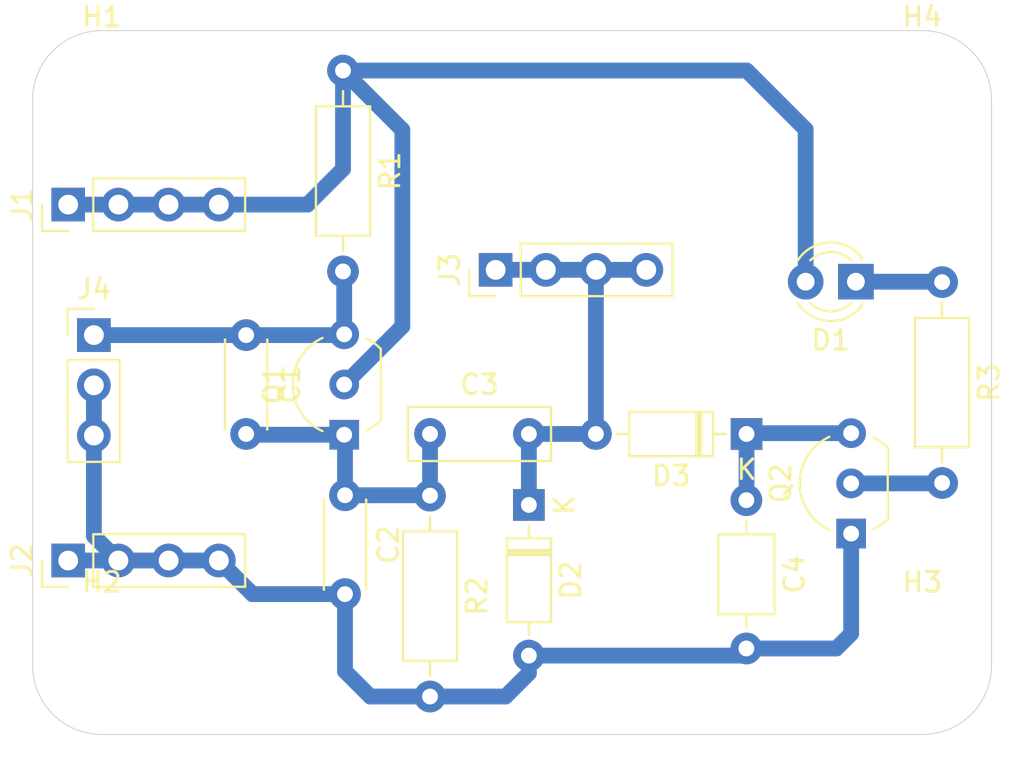
<source format=kicad_pcb>
(kicad_pcb (version 20240108) (generator "pcbnew") (generator_version "8.0")
  (title_block (title "Crystal Test Circuit") (date "2024-04-13") (company "Perry Leumas") (comment 1 "Based on design by IMSAI Guy") (comment 2 "    https://www.youtube.com/watch?v=s7rcZAto1BU"))
  (layers (0 "F.Cu" signal) (31 "B.Cu" signal) (34 "B.Paste" user) (35 "F.Paste" user) (36 "B.SilkS" user "B.Silkscreen") (37 "F.SilkS" user "F.Silkscreen") (38 "B.Mask" user) (39 "F.Mask" user) (44 "Edge.Cuts" user))
  (net 0 "")
  (net 1 "Net-(Q1-E)")
  (net 2 "GND")
  (net 3 "Net-(D2-K)")
  (net 4 "Net-(D3-K)")
  (net 5 "VCC")
  (net 6 "Net-(D1-K)")
  (net 7 "Net-(Q2-C)")
  (net 8 "Net-(J4-Pin_1)")
  (footprint "Capacitor_THT:C_Disc_D4.3mm_W1.9mm_P5.00mm" (layer "F.Cu") (at 129.8 110.2 -90)
    (property "Reference" "C2" (at 2.5 -2.2 90) (layer "F.SilkS"))
    (property "Value" "22pF")
    (fp_line (start 0.23 1.07) (end 4.77 1.07) (stroke (width 0.12)) (layer "F.SilkS"))
    (fp_line (start 0.23 1.055) (end 0.23 1.07) (stroke (width 0.12)) (layer "F.SilkS"))
    (fp_line (start 4.77 1.055) (end 4.77 1.07) (stroke (width 0.12)) (layer "F.SilkS"))
    (fp_line (start 0.23 -1.07) (end 0.23 -1.055) (stroke (width 0.12)) (layer "F.SilkS"))
    (fp_line (start 0.23 -1.07) (end 4.77 -1.07) (stroke (width 0.12)) (layer "F.SilkS"))
    (fp_line (start 4.77 -1.07) (end 4.77 -1.055) (stroke (width 0.12)) (layer "F.SilkS"))
    (pad "1" thru_hole circle (at 0 0 270) (size 1.6 1.6) (drill 0.8) (layers "*.Cu" "*.Mask") (net 1 "Net-(Q1-E)"))
    (pad "2" thru_hole circle (at 5 0 270) (size 1.6 1.6) (drill 0.8) (layers "*.Cu" "*.Mask") (net 2 "GND"))
  )
  (footprint "MountingHole:MountingHole_3.2mm_M3" (layer "F.Cu") (at 117.5 90.2)
    (property "Reference" "H1" (at 0 -4.2 0) (layer "F.SilkS"))
    (property "Value" "MountingHole")
    (pad "" np_thru_hole circle (at 0 0) (size 3.2 3.2) (drill 3.2) (layers "*.Cu" "*.Mask"))
  )
  (footprint "Capacitor_THT:C_Disc_D4.3mm_W1.9mm_P5.00mm" (layer "F.Cu") (at 124.8 102.1 -90)
    (property "Reference" "C1" (at 2.5 -2.2 90) (layer "F.SilkS"))
    (property "Value" "22pF")
    (fp_line (start 0.23 1.07) (end 4.77 1.07) (stroke (width 0.12)) (layer "F.SilkS"))
    (fp_line (start 0.23 1.055) (end 0.23 1.07) (stroke (width 0.12)) (layer "F.SilkS"))
    (fp_line (start 4.77 1.055) (end 4.77 1.07) (stroke (width 0.12)) (layer "F.SilkS"))
    (fp_line (start 0.23 -1.07) (end 0.23 -1.055) (stroke (width 0.12)) (layer "F.SilkS"))
    (fp_line (start 0.23 -1.07) (end 4.77 -1.07) (stroke (width 0.12)) (layer "F.SilkS"))
    (fp_line (start 4.77 -1.07) (end 4.77 -1.055) (stroke (width 0.12)) (layer "F.SilkS"))
    (pad "1" thru_hole circle (at 0 0 270) (size 1.6 1.6) (drill 0.8) (layers "*.Cu" "*.Mask") (net 8 "Net-(J4-Pin_1)"))
    (pad "2" thru_hole circle (at 5 0 270) (size 1.6 1.6) (drill 0.8) (layers "*.Cu" "*.Mask") (net 1 "Net-(Q1-E)"))
  )
  (footprint "MountingHole:MountingHole_3.2mm_M3" (layer "F.Cu") (at 159 118.8)
    (property "Reference" "H3" (at 0 -4.2 0) (layer "F.SilkS"))
    (property "Value" "MountingHole")
    (pad "" np_thru_hole circle (at 0 0) (size 3.2 3.2) (drill 3.2) (layers "*.Cu" "*.Mask"))
  )
  (footprint "MountingHole:MountingHole_3.2mm_M3" (layer "F.Cu") (at 159 90.2)
    (property "Reference" "H4" (at 0 -4.2 0) (layer "F.SilkS"))
    (property "Value" "MountingHole")
    (pad "" np_thru_hole circle (at 0 0) (size 3.2 3.2) (drill 3.2) (layers "*.Cu" "*.Mask"))
  )
  (footprint "Capacitor_THT:C_Axial_L3.8mm_D2.6mm_P7.50mm_Horizontal" (layer "F.Cu") (at 150.1 110.45 -90)
    (property "Reference" "C4" (at 3.75 -2.42 90) (layer "F.SilkS"))
    (property "Value" "100nF")
    (fp_line (start 1.73 1.42) (end 5.77 1.42) (stroke (width 0.12)) (layer "F.SilkS"))
    (fp_line (start 5.77 1.42) (end 5.77 -1.42) (stroke (width 0.12)) (layer "F.SilkS"))
    (fp_line (start 1.04 0) (end 1.73 0) (stroke (width 0.12)) (layer "F.SilkS"))
    (fp_line (start 6.46 0) (end 5.77 0) (stroke (width 0.12)) (layer "F.SilkS"))
    (fp_line (start 1.73 -1.42) (end 1.73 1.42) (stroke (width 0.12)) (layer "F.SilkS"))
    (fp_line (start 5.77 -1.42) (end 1.73 -1.42) (stroke (width 0.12)) (layer "F.SilkS"))
    (pad "1" thru_hole circle (at 0 0 270) (size 1.6 1.6) (drill 0.8) (layers "*.Cu" "*.Mask") (net 4 "Net-(D3-K)"))
    (pad "2" thru_hole oval (at 7.5 0 270) (size 1.6 1.6) (drill 0.8) (layers "*.Cu" "*.Mask") (net 2 "GND"))
  )
  (footprint "LED_THT:LED_D3.0mm" (layer "F.Cu") (at 155.64 99.4 180)
    (property "Reference" "D1" (at 1.27 -2.96 180) (layer "F.SilkS"))
    (property "Value" "LED")
    (fp_line (start -0.29 1.08) (end -0.29 1.236) (stroke (width 0.12)) (layer "F.SilkS"))
    (fp_line (start -0.29 -1.236) (end -0.29 -1.08) (stroke (width 0.12)) (layer "F.SilkS"))
    (fp_arc (start 2.942335 1.078608) (mid 1.366487 1.987659) (end -0.29 1.235516) (stroke (width 0.12)) (layer "F.SilkS"))
    (fp_arc (start 2.31113 1.079837) (mid 1.270117 1.5) (end 0.229039 1.08) (stroke (width 0.12)) (layer "F.SilkS"))
    (fp_arc (start 0.229039 -1.08) (mid 1.270117 -1.5) (end 2.31113 -1.079837) (stroke (width 0.12)) (layer "F.SilkS"))
    (fp_arc (start -0.29 -1.235516) (mid 1.366487 -1.987659) (end 2.942335 -1.078608) (stroke (width 0.12)) (layer "F.SilkS"))
    (pad "1" thru_hole rect (at 0 0 180) (size 1.8 1.8) (drill 0.9) (layers "*.Cu" "*.Mask") (net 6 "Net-(D1-K)"))
    (pad "2" thru_hole circle (at 2.54 0 180) (size 1.8 1.8) (drill 0.9) (layers "*.Cu" "*.Mask") (net 5 "VCC"))
  )
  (footprint "Resistor_THT:R_Axial_DIN0207_L6.3mm_D2.5mm_P10.16mm_Horizontal" (layer "F.Cu") (at 134.1 110.22 -90)
    (property "Reference" "R2" (at 5.08 -2.37 90) (layer "F.SilkS"))
    (property "Value" "1k")
    (fp_line (start 1.81 1.37) (end 8.35 1.37) (stroke (width 0.12)) (layer "F.SilkS"))
    (fp_line (start 8.35 1.37) (end 8.35 -1.37) (stroke (width 0.12)) (layer "F.SilkS"))
    (fp_line (start 1.04 0) (end 1.81 0) (stroke (width 0.12)) (layer "F.SilkS"))
    (fp_line (start 9.12 0) (end 8.35 0) (stroke (width 0.12)) (layer "F.SilkS"))
    (fp_line (start 1.81 -1.37) (end 1.81 1.37) (stroke (width 0.12)) (layer "F.SilkS"))
    (fp_line (start 8.35 -1.37) (end 1.81 -1.37) (stroke (width 0.12)) (layer "F.SilkS"))
    (pad "1" thru_hole circle (at 0 0 270) (size 1.6 1.6) (drill 0.8) (layers "*.Cu" "*.Mask") (net 1 "Net-(Q1-E)"))
    (pad "2" thru_hole oval (at 10.16 0 270) (size 1.6 1.6) (drill 0.8) (layers "*.Cu" "*.Mask") (net 2 "GND"))
  )
  (footprint "Connector_PinHeader_2.54mm:PinHeader_1x04_P2.54mm_Vertical" (layer "F.Cu") (at 115.8 95.5 90)
    (property "Reference" "J1" (at 0 -2.33 -90) (layer "F.SilkS"))
    (property "Value" "Conn_01x04")
    (fp_line (start -1.33 -1.33) (end 0 -1.33) (stroke (width 0.12)) (layer "F.SilkS"))
    (fp_line (start -1.33 0) (end -1.33 -1.33) (stroke (width 0.12)) (layer "F.SilkS"))
    (fp_line (start 1.33 1.27) (end 1.33 8.95) (stroke (width 0.12)) (layer "F.SilkS"))
    (fp_line (start -1.33 1.27) (end 1.33 1.27) (stroke (width 0.12)) (layer "F.SilkS"))
    (fp_line (start -1.33 1.27) (end -1.33 8.95) (stroke (width 0.12)) (layer "F.SilkS"))
    (fp_line (start -1.33 8.95) (end 1.33 8.95) (stroke (width 0.12)) (layer "F.SilkS"))
    (pad "1" thru_hole rect (at 0 0 90) (size 1.7 1.7) (drill 1) (layers "*.Cu" "*.Mask") (net 5 "VCC"))
    (pad "2" thru_hole oval (at 0 2.54 90) (size 1.7 1.7) (drill 1) (layers "*.Cu" "*.Mask") (net 5 "VCC"))
    (pad "3" thru_hole oval (at 0 5.08 90) (size 1.7 1.7) (drill 1) (layers "*.Cu" "*.Mask") (net 5 "VCC"))
    (pad "4" thru_hole oval (at 0 7.62 90) (size 1.7 1.7) (drill 1) (layers "*.Cu" "*.Mask") (net 5 "VCC"))
  )
  (footprint "Connector_PinHeader_2.54mm:PinHeader_1x04_P2.54mm_Vertical" (layer "F.Cu") (at 115.8 113.5 90)
    (property "Reference" "J2" (at 0 -2.33 -90) (layer "F.SilkS"))
    (property "Value" "Conn_01x04")
    (fp_line (start -1.33 -1.33) (end 0 -1.33) (stroke (width 0.12)) (layer "F.SilkS"))
    (fp_line (start -1.33 0) (end -1.33 -1.33) (stroke (width 0.12)) (layer "F.SilkS"))
    (fp_line (start 1.33 1.27) (end 1.33 8.95) (stroke (width 0.12)) (layer "F.SilkS"))
    (fp_line (start -1.33 1.27) (end 1.33 1.27) (stroke (width 0.12)) (layer "F.SilkS"))
    (fp_line (start -1.33 1.27) (end -1.33 8.95) (stroke (width 0.12)) (layer "F.SilkS"))
    (fp_line (start -1.33 8.95) (end 1.33 8.95) (stroke (width 0.12)) (layer "F.SilkS"))
    (pad "1" thru_hole rect (at 0 0 90) (size 1.7 1.7) (drill 1) (layers "*.Cu" "*.Mask") (net 2 "GND"))
    (pad "2" thru_hole oval (at 0 2.54 90) (size 1.7 1.7) (drill 1) (layers "*.Cu" "*.Mask") (net 2 "GND"))
    (pad "3" thru_hole oval (at 0 5.08 90) (size 1.7 1.7) (drill 1) (layers "*.Cu" "*.Mask") (net 2 "GND"))
    (pad "4" thru_hole oval (at 0 7.62 90) (size 1.7 1.7) (drill 1) (layers "*.Cu" "*.Mask") (net 2 "GND"))
  )
  (footprint "Diode_THT:D_DO-35_SOD27_P7.62mm_Horizontal" (layer "F.Cu") (at 150.11 107.1 180)
    (property "Reference" "D3" (at 3.81 -2.12 180) (layer "F.SilkS"))
    (property "Value" "1N4148")
    (fp_line (start 6.58 0) (end 5.93 0) (stroke (width 0.12)) (layer "F.SilkS"))
    (fp_line (start 5.93 1.12) (end 5.93 -1.12) (stroke (width 0.12)) (layer "F.SilkS"))
    (fp_line (start 5.93 -1.12) (end 1.69 -1.12) (stroke (width 0.12)) (layer "F.SilkS"))
    (fp_line (start 2.53 -1.12) (end 2.53 1.12) (stroke (width 0.12)) (layer "F.SilkS"))
    (fp_line (start 2.41 -1.12) (end 2.41 1.12) (stroke (width 0.12)) (layer "F.SilkS"))
    (fp_line (start 2.29 -1.12) (end 2.29 1.12) (stroke (width 0.12)) (layer "F.SilkS"))
    (fp_line (start 1.69 1.12) (end 5.93 1.12) (stroke (width 0.12)) (layer "F.SilkS"))
    (fp_line (start 1.69 -1.12) (end 1.69 1.12) (stroke (width 0.12)) (layer "F.SilkS"))
    (fp_line (start 1.04 0) (end 1.69 0) (stroke (width 0.12)) (layer "F.SilkS"))
    (fp_text user "K" (at 0 -1.8 180) (layer "F.SilkS"))
    (pad "1" thru_hole rect (at 0 0 180) (size 1.6 1.6) (drill 0.8) (layers "*.Cu" "*.Mask") (net 4 "Net-(D3-K)"))
    (pad "2" thru_hole oval (at 7.62 0 180) (size 1.6 1.6) (drill 0.8) (layers "*.Cu" "*.Mask") (net 3 "Net-(D2-K)"))
  )
  (footprint "Connector_PinHeader_2.54mm:PinHeader_1x03_P2.54mm_Vertical" (layer "F.Cu") (at 117.1 102.1)
    (property "Reference" "J4" (at 0 -2.33 0) (layer "F.SilkS"))
    (property "Value" "xtal")
    (fp_line (start -1.33 -1.33) (end 0 -1.33) (stroke (width 0.12)) (layer "F.SilkS"))
    (fp_line (start -1.33 0) (end -1.33 -1.33) (stroke (width 0.12)) (layer "F.SilkS"))
    (fp_line (start -1.33 1.27) (end -1.33 6.41) (stroke (width 0.12)) (layer "F.SilkS"))
    (fp_line (start -1.33 1.27) (end 1.33 1.27) (stroke (width 0.12)) (layer "F.SilkS"))
    (fp_line (start -1.33 6.41) (end 1.33 6.41) (stroke (width 0.12)) (layer "F.SilkS"))
    (fp_line (start 1.33 1.27) (end 1.33 6.41) (stroke (width 0.12)) (layer "F.SilkS"))
    (pad "1" thru_hole rect (at 0 0) (size 1.7 1.7) (drill 1) (layers "*.Cu" "*.Mask") (net 8 "Net-(J4-Pin_1)"))
    (pad "2" thru_hole oval (at 0 2.54) (size 1.7 1.7) (drill 1) (layers "*.Cu" "*.Mask") (net 2 "GND"))
    (pad "3" thru_hole oval (at 0 5.08) (size 1.7 1.7) (drill 1) (layers "*.Cu" "*.Mask") (net 2 "GND"))
  )
  (footprint "Capacitor_THT:C_Rect_L7.0mm_W2.5mm_P5.00mm" (layer "F.Cu") (at 134.1 107.1)
    (property "Reference" "C3" (at 2.5 -2.5 0) (layer "F.SilkS"))
    (property "Value" "1nF")
    (fp_line (start -1.12 -1.37) (end -1.12 1.37) (stroke (width 0.12)) (layer "F.SilkS"))
    (fp_line (start -1.12 -1.37) (end 6.12 -1.37) (stroke (width 0.12)) (layer "F.SilkS"))
    (fp_line (start -1.12 1.37) (end 6.12 1.37) (stroke (width 0.12)) (layer "F.SilkS"))
    (fp_line (start 6.12 -1.37) (end 6.12 1.37) (stroke (width 0.12)) (layer "F.SilkS"))
    (pad "1" thru_hole circle (at 0 0) (size 1.6 1.6) (drill 0.8) (layers "*.Cu" "*.Mask") (net 1 "Net-(Q1-E)"))
    (pad "2" thru_hole circle (at 5 0) (size 1.6 1.6) (drill 0.8) (layers "*.Cu" "*.Mask") (net 3 "Net-(D2-K)"))
  )
  (footprint "Diode_THT:D_DO-35_SOD27_P7.62mm_Horizontal" (layer "F.Cu") (at 139.1 110.69 -90)
    (property "Reference" "D2" (at 3.81 -2.12 90) (layer "F.SilkS"))
    (property "Value" "1N4148")
    (fp_line (start 1.69 1.12) (end 5.93 1.12) (stroke (width 0.12)) (layer "F.SilkS"))
    (fp_line (start 5.93 1.12) (end 5.93 -1.12) (stroke (width 0.12)) (layer "F.SilkS"))
    (fp_line (start 1.04 0) (end 1.69 0) (stroke (width 0.12)) (layer "F.SilkS"))
    (fp_line (start 6.58 0) (end 5.93 0) (stroke (width 0.12)) (layer "F.SilkS"))
    (fp_line (start 1.69 -1.12) (end 1.69 1.12) (stroke (width 0.12)) (layer "F.SilkS"))
    (fp_line (start 2.29 -1.12) (end 2.29 1.12) (stroke (width 0.12)) (layer "F.SilkS"))
    (fp_line (start 2.41 -1.12) (end 2.41 1.12) (stroke (width 0.12)) (layer "F.SilkS"))
    (fp_line (start 2.53 -1.12) (end 2.53 1.12) (stroke (width 0.12)) (layer "F.SilkS"))
    (fp_line (start 5.93 -1.12) (end 1.69 -1.12) (stroke (width 0.12)) (layer "F.SilkS"))
    (fp_text user "K" (at 0 -1.8 90) (layer "F.SilkS"))
    (pad "1" thru_hole rect (at 0 0 270) (size 1.6 1.6) (drill 0.8) (layers "*.Cu" "*.Mask") (net 3 "Net-(D2-K)"))
    (pad "2" thru_hole oval (at 7.62 0 270) (size 1.6 1.6) (drill 0.8) (layers "*.Cu" "*.Mask") (net 2 "GND"))
  )
  (footprint "Connector_PinHeader_2.54mm:PinHeader_1x04_P2.54mm_Vertical" (layer "F.Cu") (at 137.42 98.8 90)
    (property "Reference" "J3" (at 0 -2.33 -90) (layer "F.SilkS"))
    (property "Value" "Conn_01x04")
    (fp_line (start -1.33 -1.33) (end 0 -1.33) (stroke (width 0.12)) (layer "F.SilkS"))
    (fp_line (start -1.33 0) (end -1.33 -1.33) (stroke (width 0.12)) (layer "F.SilkS"))
    (fp_line (start 1.33 1.27) (end 1.33 8.95) (stroke (width 0.12)) (layer "F.SilkS"))
    (fp_line (start -1.33 1.27) (end 1.33 1.27) (stroke (width 0.12)) (layer "F.SilkS"))
    (fp_line (start -1.33 1.27) (end -1.33 8.95) (stroke (width 0.12)) (layer "F.SilkS"))
    (fp_line (start -1.33 8.95) (end 1.33 8.95) (stroke (width 0.12)) (layer "F.SilkS"))
    (pad "1" thru_hole rect (at 0 0 90) (size 1.7 1.7) (drill 1) (layers "*.Cu" "*.Mask") (net 3 "Net-(D2-K)"))
    (pad "2" thru_hole oval (at 0 2.54 90) (size 1.7 1.7) (drill 1) (layers "*.Cu" "*.Mask") (net 3 "Net-(D2-K)"))
    (pad "3" thru_hole oval (at 0 5.08 90) (size 1.7 1.7) (drill 1) (layers "*.Cu" "*.Mask") (net 3 "Net-(D2-K)"))
    (pad "4" thru_hole oval (at 0 7.62 90) (size 1.7 1.7) (drill 1) (layers "*.Cu" "*.Mask") (net 3 "Net-(D2-K)"))
  )
  (footprint "Package_TO_SOT_THT:TO-92_Inline_Wide" (layer "F.Cu") (at 155.4 112.14 90)
    (property "Reference" "Q2" (at 2.54 -3.56 -90) (layer "F.SilkS"))
    (property "Value" "Q_NPN_ECB")
    (fp_line (start 0.74 1.85) (end 4.34 1.85) (stroke (width 0.12)) (layer "F.SilkS"))
    (fp_arc (start 2.54 -2.6) (mid 3.936979 -2.192818) (end 4.8964 -1.098807) (stroke (width 0.12)) (layer "F.SilkS"))
    (fp_arc (start 0.1836 -1.098807) (mid 1.143021 -2.192817) (end 2.54 -2.6) (stroke (width 0.12)) (layer "F.SilkS"))
    (fp_arc (start 4.864184 1.122795) (mid 4.633903 1.509328) (end 4.34 1.85) (stroke (width 0.12)) (layer "F.SilkS"))
    (fp_arc (start 0.74 1.85) (mid 0.446097 1.509328) (end 0.215816 1.122795) (stroke (width 0.12)) (layer "F.SilkS"))
    (pad "1" thru_hole rect (at 0 0 90) (size 1.5 1.5) (drill 0.8) (layers "*.Cu" "*.Mask") (net 2 "GND"))
    (pad "2" thru_hole circle (at 2.54 0 90) (size 1.5 1.5) (drill 0.8) (layers "*.Cu" "*.Mask") (net 7 "Net-(Q2-C)"))
    (pad "3" thru_hole circle (at 5.08 0 90) (size 1.5 1.5) (drill 0.8) (layers "*.Cu" "*.Mask") (net 4 "Net-(D3-K)"))
  )
  (footprint "MountingHole:MountingHole_3.2mm_M3" (layer "F.Cu") (at 117.5 118.8)
    (property "Reference" "H2" (at 0 -4.2 0) (layer "F.SilkS"))
    (property "Value" "MountingHole")
    (pad "" np_thru_hole circle (at 0 0) (size 3.2 3.2) (drill 3.2) (layers "*.Cu" "*.Mask"))
  )
  (footprint "Package_TO_SOT_THT:TO-92_Inline_Wide" (layer "F.Cu") (at 129.76 107.14 90)
    (property "Reference" "Q1" (at 2.54 -3.56 -90) (layer "F.SilkS"))
    (property "Value" "Q_NPN_ECB")
    (fp_line (start 0.74 1.85) (end 4.34 1.85) (stroke (width 0.12)) (layer "F.SilkS"))
    (fp_arc (start 2.54 -2.6) (mid 3.936979 -2.192818) (end 4.8964 -1.098807) (stroke (width 0.12)) (layer "F.SilkS"))
    (fp_arc (start 0.1836 -1.098807) (mid 1.143021 -2.192817) (end 2.54 -2.6) (stroke (width 0.12)) (layer "F.SilkS"))
    (fp_arc (start 4.864184 1.122795) (mid 4.633903 1.509328) (end 4.34 1.85) (stroke (width 0.12)) (layer "F.SilkS"))
    (fp_arc (start 0.74 1.85) (mid 0.446097 1.509328) (end 0.215816 1.122795) (stroke (width 0.12)) (layer "F.SilkS"))
    (pad "1" thru_hole rect (at 0 0 90) (size 1.5 1.5) (drill 0.8) (layers "*.Cu" "*.Mask") (net 1 "Net-(Q1-E)"))
    (pad "2" thru_hole circle (at 2.54 0 90) (size 1.5 1.5) (drill 0.8) (layers "*.Cu" "*.Mask") (net 5 "VCC"))
    (pad "3" thru_hole circle (at 5.08 0 90) (size 1.5 1.5) (drill 0.8) (layers "*.Cu" "*.Mask") (net 8 "Net-(J4-Pin_1)"))
  )
  (footprint "Resistor_THT:R_Axial_DIN0207_L6.3mm_D2.5mm_P10.16mm_Horizontal" (layer "F.Cu") (at 129.7 88.72 -90)
    (property "Reference" "R1" (at 5.08 -2.37 90) (layer "F.SilkS"))
    (property "Value" "33k")
    (fp_line (start 1.81 1.37) (end 8.35 1.37) (stroke (width 0.12)) (layer "F.SilkS"))
    (fp_line (start 8.35 1.37) (end 8.35 -1.37) (stroke (width 0.12)) (layer "F.SilkS"))
    (fp_line (start 1.04 0) (end 1.81 0) (stroke (width 0.12)) (layer "F.SilkS"))
    (fp_line (start 9.12 0) (end 8.35 0) (stroke (width 0.12)) (layer "F.SilkS"))
    (fp_line (start 1.81 -1.37) (end 1.81 1.37) (stroke (width 0.12)) (layer "F.SilkS"))
    (fp_line (start 8.35 -1.37) (end 1.81 -1.37) (stroke (width 0.12)) (layer "F.SilkS"))
    (pad "1" thru_hole circle (at 0 0 270) (size 1.6 1.6) (drill 0.8) (layers "*.Cu" "*.Mask") (net 5 "VCC"))
    (pad "2" thru_hole oval (at 10.16 0 270) (size 1.6 1.6) (drill 0.8) (layers "*.Cu" "*.Mask") (net 8 "Net-(J4-Pin_1)"))
  )
  (footprint "Resistor_THT:R_Axial_DIN0207_L6.3mm_D2.5mm_P10.16mm_Horizontal" (layer "F.Cu") (at 160 99.42 -90)
    (property "Reference" "R3" (at 5.08 -2.37 90) (layer "F.SilkS"))
    (property "Value" "1k")
    (fp_line (start 1.81 1.37) (end 8.35 1.37) (stroke (width 0.12)) (layer "F.SilkS"))
    (fp_line (start 8.35 1.37) (end 8.35 -1.37) (stroke (width 0.12)) (layer "F.SilkS"))
    (fp_line (start 1.04 0) (end 1.81 0) (stroke (width 0.12)) (layer "F.SilkS"))
    (fp_line (start 9.12 0) (end 8.35 0) (stroke (width 0.12)) (layer "F.SilkS"))
    (fp_line (start 1.81 -1.37) (end 1.81 1.37) (stroke (width 0.12)) (layer "F.SilkS"))
    (fp_line (start 8.35 -1.37) (end 1.81 -1.37) (stroke (width 0.12)) (layer "F.SilkS"))
    (pad "1" thru_hole circle (at 0 0 270) (size 1.6 1.6) (drill 0.8) (layers "*.Cu" "*.Mask") (net 6 "Net-(D1-K)"))
    (pad "2" thru_hole oval (at 10.16 0 270) (size 1.6 1.6) (drill 0.8) (layers "*.Cu" "*.Mask") (net 7 "Net-(Q2-C)"))
  )
  (gr_line (start 162.5 118.8) (end 162.5 90.2) (stroke (width 0.05)) (layer "Edge.Cuts"))
  (gr_arc (start 117.5 122.3) (mid 115.025126 121.274874) (end 114 118.8) (stroke (width 0.05)) (layer "Edge.Cuts"))
  (gr_arc (start 159 86.7) (mid 161.474874 87.725126) (end 162.5 90.2) (stroke (width 0.05)) (layer "Edge.Cuts"))
  (gr_line (start 114 90.2) (end 114 118.8) (stroke (width 0.05)) (layer "Edge.Cuts"))
  (gr_line (start 117.5 86.7) (end 159 86.7) (stroke (width 0.05)) (layer "Edge.Cuts"))
  (gr_arc (start 114 90.2) (mid 115.025126 87.725126) (end 117.5 86.7) (stroke (width 0.05)) (layer "Edge.Cuts"))
  (gr_line (start 117.5 122.3) (end 159 122.3) (stroke (width 0.05)) (layer "Edge.Cuts"))
  (gr_arc (start 162.5 118.8) (mid 161.474874 121.274874) (end 159 122.3) (stroke (width 0.05)) (layer "Edge.Cuts"))
  (segment (start 129.8 107.18) (end 129.76 107.14) (width 0.8) (layer "B.Cu") (net 1))
  (segment (start 134.08 110.2) (end 134.1 110.22) (width 0.8) (layer "B.Cu") (net 1))
  (segment (start 129.76 107.14) (end 124.84 107.14) (width 0.8) (layer "B.Cu") (net 1))
  (segment (start 129.8 110.2) (end 134.08 110.2) (width 0.8) (layer "B.Cu") (net 1))
  (segment (start 134.1 110.22) (end 134.1 107.1) (width 0.8) (layer "B.Cu") (net 1))
  (segment (start 124.84 107.14) (end 124.8 107.1) (width 0.8) (layer "B.Cu") (net 1))
  (segment (start 129.8 110.2) (end 129.8 107.18) (width 0.8) (layer "B.Cu") (net 1))
  (segment (start 120.88 113.5) (end 123.42 113.5) (width 0.8) (layer "B.Cu") (net 2))
  (segment (start 134.1 120.38) (end 131.08 120.38) (width 0.8) (layer "B.Cu") (net 2))
  (segment (start 154.65 117.95) (end 155.4 117.2) (width 0.8) (layer "B.Cu") (net 2))
  (segment (start 131.08 120.38) (end 129.8 119.1) (width 0.8) (layer "B.Cu") (net 2))
  (segment (start 134.1 120.38) (end 137.92 120.38) (width 0.8) (layer "B.Cu") (net 2))
  (segment (start 117.1 104.64) (end 117.1 107.18) (width 0.8) (layer "B.Cu") (net 2))
  (segment (start 139.1 119.2) (end 139.1 118.31) (width 0.8) (layer "B.Cu") (net 2))
  (segment (start 129.8 119.1) (end 129.8 115.2) (width 0.8) (layer "B.Cu") (net 2))
  (segment (start 149.74 118.31) (end 150.1 117.95) (width 0.8) (layer "B.Cu") (net 2))
  (segment (start 118.34 113.5) (end 120.88 113.5) (width 0.8) (layer "B.Cu") (net 2))
  (segment (start 150.1 117.95) (end 154.65 117.95) (width 0.8) (layer "B.Cu") (net 2))
  (segment (start 139.1 118.31) (end 149.74 118.31) (width 0.8) (layer "B.Cu") (net 2))
  (segment (start 115.8 113.5) (end 118.34 113.5) (width 0.8) (layer "B.Cu") (net 2))
  (segment (start 117.1 112.26) (end 118.34 113.5) (width 0.8) (layer "B.Cu") (net 2))
  (segment (start 137.92 120.38) (end 139.1 119.2) (width 0.8) (layer "B.Cu") (net 2))
  (segment (start 129.8 115.2) (end 125.12 115.2) (width 0.8) (layer "B.Cu") (net 2))
  (segment (start 117.1 107.18) (end 117.1 112.26) (width 0.8) (layer "B.Cu") (net 2))
  (segment (start 155.4 117.2) (end 155.4 112.14) (width 0.8) (layer "B.Cu") (net 2))
  (segment (start 125.12 115.2) (end 123.42 113.5) (width 0.8) (layer "B.Cu") (net 2))
  (segment (start 139.96 98.8) (end 137.42 98.8) (width 0.8) (layer "B.Cu") (net 3))
  (segment (start 139.96 98.8) (end 142.5 98.8) (width 0.8) (layer "B.Cu") (net 3))
  (segment (start 142.49 98.81) (end 142.5 98.8) (width 0.8) (layer "B.Cu") (net 3))
  (segment (start 142.49 107.1) (end 142.49 98.81) (width 0.8) (layer "B.Cu") (net 3))
  (segment (start 142.5 98.8) (end 145.04 98.8) (width 0.8) (layer "B.Cu") (net 3))
  (segment (start 139.1 107.1) (end 139.1 110.69) (width 0.8) (layer "B.Cu") (net 3))
  (segment (start 139.1 107.1) (end 142.49 107.1) (width 0.8) (layer "B.Cu") (net 3))
  (segment (start 150.11 110.44) (end 150.1 110.45) (width 0.8) (layer "B.Cu") (net 4))
  (segment (start 150.11 107.1) (end 150.11 110.44) (width 0.8) (layer "B.Cu") (net 4))
  (segment (start 150.15 107.06) (end 150.11 107.1) (width 0.8) (layer "B.Cu") (net 4))
  (segment (start 155.4 107.06) (end 150.15 107.06) (width 0.8) (layer "B.Cu") (net 4))
  (segment (start 132.7 101.66) (end 132.7 91.72) (width 0.8) (layer "B.Cu") (net 5))
  (segment (start 129.76 104.6) (end 132.7 101.66) (width 0.8) (layer "B.Cu") (net 5))
  (segment (start 129.7 93.7) (end 129.7 88.72) (width 0.8) (layer "B.Cu") (net 5))
  (segment (start 118.34 95.5) (end 120.88 95.5) (width 0.8) (layer "B.Cu") (net 5))
  (segment (start 132.7 91.72) (end 129.7 88.72) (width 0.8) (layer "B.Cu") (net 5))
  (segment (start 150.12 88.72) (end 129.7 88.72) (width 0.8) (layer "B.Cu") (net 5))
  (segment (start 120.88 95.5) (end 123.42 95.5) (width 0.8) (layer "B.Cu") (net 5))
  (segment (start 153.1 91.7) (end 150.12 88.72) (width 0.8) (layer "B.Cu") (net 5))
  (segment (start 127.9 95.5) (end 129.7 93.7) (width 0.8) (layer "B.Cu") (net 5))
  (segment (start 153.1 99.4) (end 153.1 91.7) (width 0.8) (layer "B.Cu") (net 5))
  (segment (start 115.8 95.5) (end 118.34 95.5) (width 0.8) (layer "B.Cu") (net 5))
  (segment (start 123.42 95.5) (end 127.9 95.5) (width 0.8) (layer "B.Cu") (net 5))
  (segment (start 159.98 99.4) (end 160 99.42) (width 0.8) (layer "B.Cu") (net 6))
  (segment (start 155.64 99.4) (end 159.98 99.4) (width 0.8) (layer "B.Cu") (net 6))
  (segment (start 155.4 109.6) (end 159.98 109.6) (width 0.8) (layer "B.Cu") (net 7))
  (segment (start 159.98 109.6) (end 160 109.58) (width 0.8) (layer "B.Cu") (net 7))
  (segment (start 124.8 102.1) (end 129.72 102.1) (width 0.8) (layer "B.Cu") (net 8))
  (segment (start 129.76 102.06) (end 129.76 98.94) (width 0.8) (layer "B.Cu") (net 8))
  (segment (start 124.8 102.1) (end 117.1 102.1) (width 0.8) (layer "B.Cu") (net 8))
  (segment (start 129.76 98.94) (end 129.7 98.88) (width 0.8) (layer "B.Cu") (net 8))
  (segment (start 129.72 102.1) (end 129.76 102.06) (width 0.8) (layer "B.Cu") (net 8))
)
</source>
